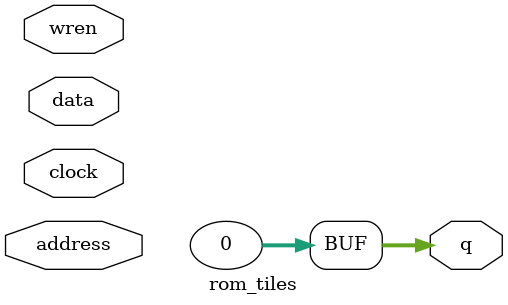
<source format=v>
module rom_tiles(	// file.cleaned.mlir:2:3
  input  [17:0] address,	// file.cleaned.mlir:2:27
  input         clock,	// file.cleaned.mlir:2:46
  input  [31:0] data,	// file.cleaned.mlir:2:62
  input         wren,	// file.cleaned.mlir:2:78
  output [31:0] q	// file.cleaned.mlir:2:94
);

  assign q = 32'h0;	// file.cleaned.mlir:3:15, :4:5
endmodule


</source>
